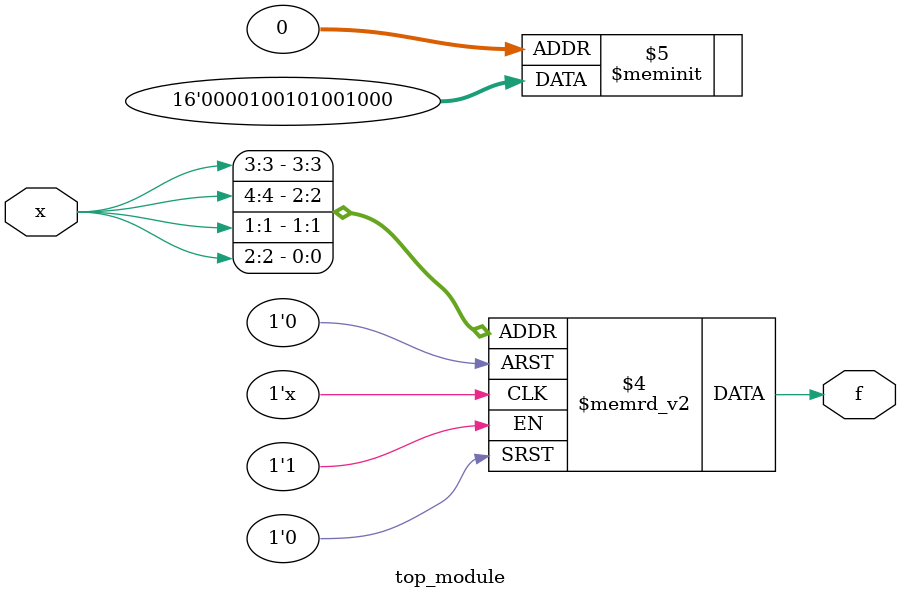
<source format=sv>
module top_module (
   input [4:1] x,
   output logic f
);

always_comb begin
   case ({x[3], x[4], x[1], x[2]}) 
      
      4'b0000: f = 0;  // don't care
      
      4'b0001: f = 0;
      4'b0010: f = 0;  // don't care
      4'b0100: f = 0;  // don't care
      4'b1000: f = 1;  
      
      4'b0011: f = 1;
      4'b0110: f = 1;
      4'b1011: f = 1;  
      
      4'b1110: f = 0;  // don't care
      4'b1111: f = 0;  // don't care
      default:  f = 0;  // don't care
      
   endcase
end

endmodule

</source>
